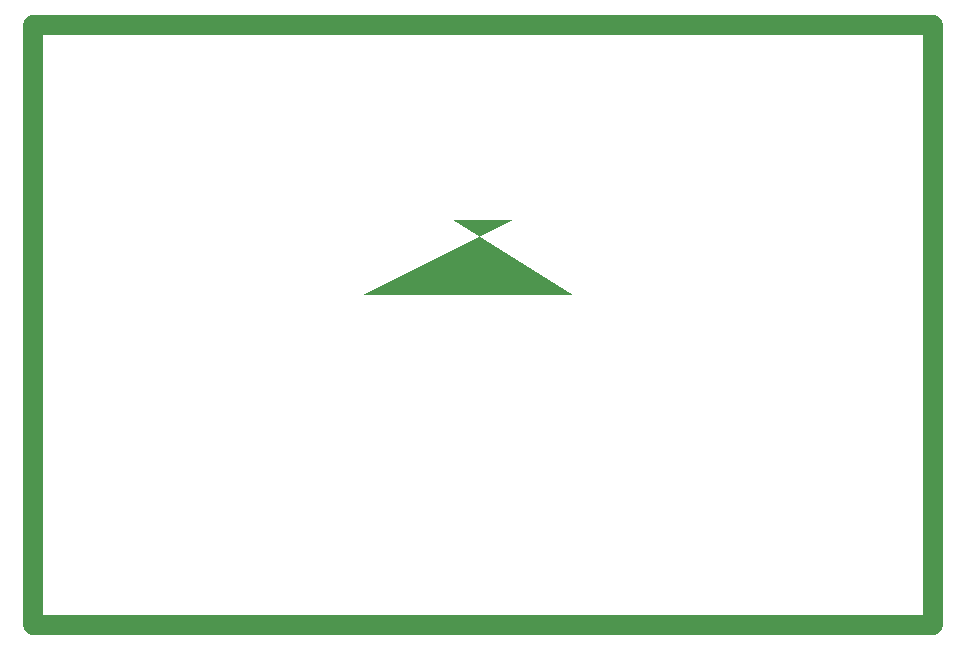
<source format=gbr>
%MOIN*%
%FSLAX23Y23*%
%OFA0.0000B0.0000*%
G90*
G04 Rotation is not allowed if the center is not the origin.*

%AMOUTLINE*
4,1,4,
0.1,0.1,
0.8,0.1,
0.4,0.35,
0.6,0.35,
0.1,0.1,
0*%

%ADD10C,0.0650*%
%ADD18OUTLINE*%

G54D18*
X1000Y1000D03*

X0Y0D02*
G54D10*
X0Y0D01*
X3000D01*
Y2000D01*
X0D01*
Y0D01*
M02*

</source>
